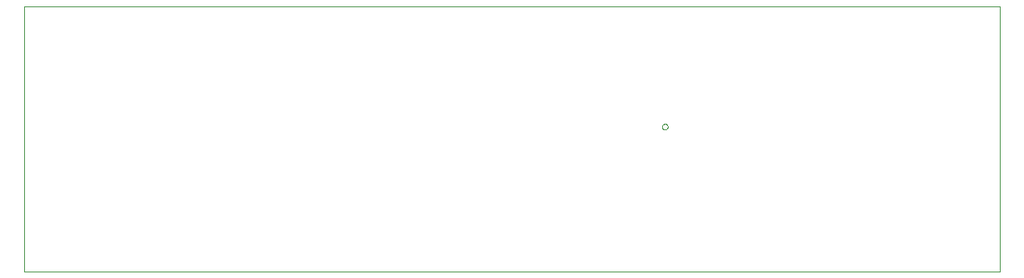
<source format=gko>
G75*
%MOIN*%
%OFA0B0*%
%FSLAX24Y24*%
%IPPOS*%
%LPD*%
%AMOC8*
5,1,8,0,0,1.08239X$1,22.5*
%
%ADD10C,0.0000*%
D10*
X000180Y000180D02*
X000180Y011176D01*
X040550Y011176D01*
X040550Y000180D01*
X000180Y000180D01*
X026562Y006180D02*
X026564Y006201D01*
X026570Y006221D01*
X026579Y006241D01*
X026591Y006258D01*
X026606Y006272D01*
X026624Y006284D01*
X026644Y006292D01*
X026664Y006297D01*
X026685Y006298D01*
X026706Y006295D01*
X026726Y006289D01*
X026745Y006278D01*
X026762Y006265D01*
X026775Y006249D01*
X026786Y006231D01*
X026794Y006211D01*
X026798Y006191D01*
X026798Y006169D01*
X026794Y006149D01*
X026786Y006129D01*
X026775Y006111D01*
X026762Y006095D01*
X026745Y006082D01*
X026726Y006071D01*
X026706Y006065D01*
X026685Y006062D01*
X026664Y006063D01*
X026644Y006068D01*
X026624Y006076D01*
X026606Y006088D01*
X026591Y006102D01*
X026579Y006119D01*
X026570Y006139D01*
X026564Y006159D01*
X026562Y006180D01*
M02*

</source>
